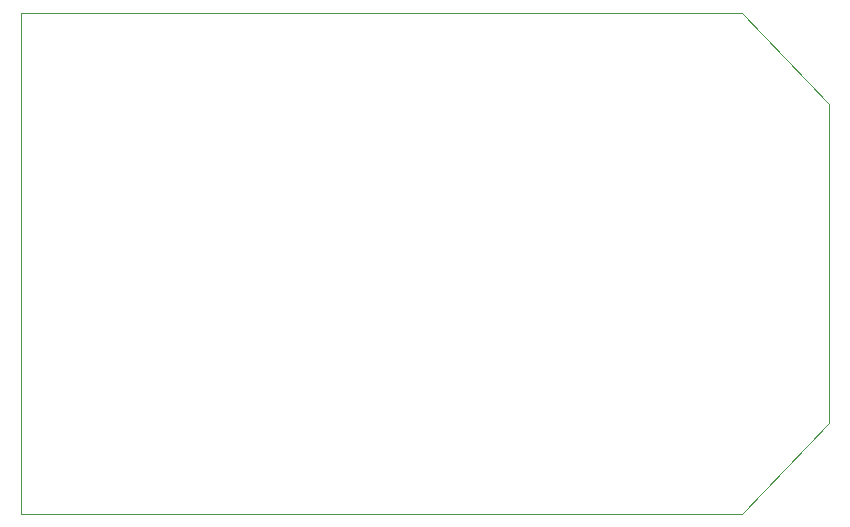
<source format=gbr>
%TF.GenerationSoftware,KiCad,Pcbnew,7.0.1*%
%TF.CreationDate,2023-05-14T00:25:17+09:00*%
%TF.ProjectId,Pmod_7Seg,506d6f64-5f37-4536-9567-2e6b69636164,rev?*%
%TF.SameCoordinates,Original*%
%TF.FileFunction,Profile,NP*%
%FSLAX46Y46*%
G04 Gerber Fmt 4.6, Leading zero omitted, Abs format (unit mm)*
G04 Created by KiCad (PCBNEW 7.0.1) date 2023-05-14 00:25:17*
%MOMM*%
%LPD*%
G01*
G04 APERTURE LIST*
%TA.AperFunction,Profile*%
%ADD10C,0.100000*%
%TD*%
G04 APERTURE END LIST*
D10*
X105537000Y-105156000D02*
X105537000Y-62738000D01*
X166624000Y-105156000D02*
X105537000Y-105156000D01*
X166624000Y-105156000D02*
X173990000Y-97472500D01*
X173990000Y-70485000D02*
X173990000Y-97472500D01*
X166624000Y-62738000D02*
X173990000Y-70485000D01*
X105537000Y-62738000D02*
X166624000Y-62738000D01*
M02*

</source>
